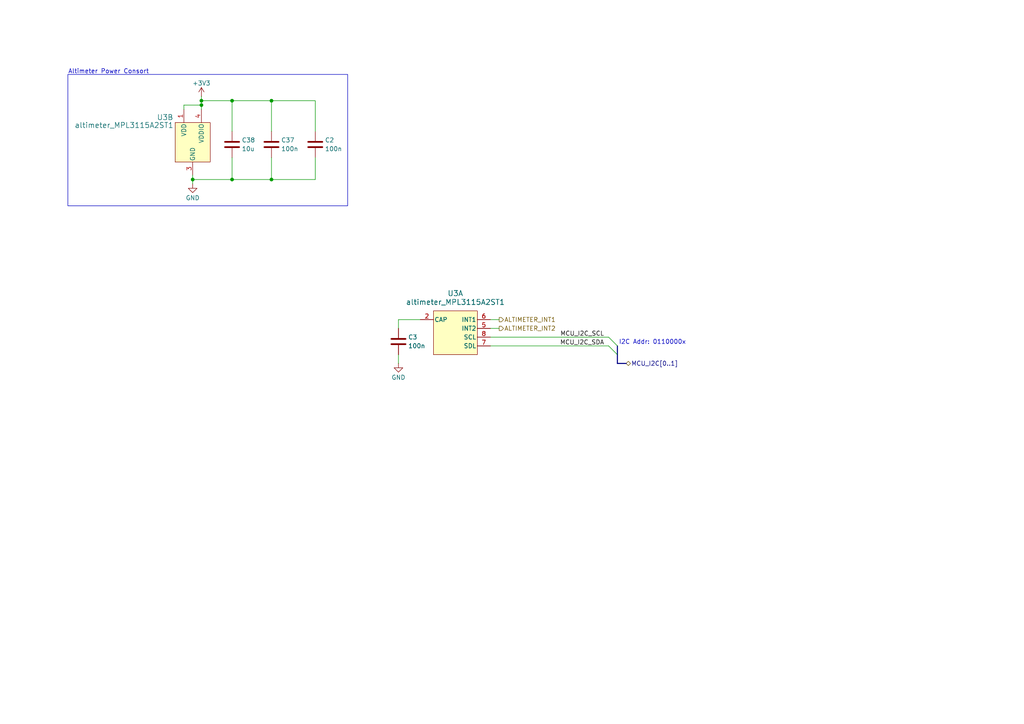
<source format=kicad_sch>
(kicad_sch (version 20250114) (generator "eeschema") (generator_version "9.0")
  (paper "A4")
  (title_block (title "Altimeter") (date "2025-12-02"))
  (lib_symbols
    (symbol "Device:C" (pin_numbers (hide yes)) (pin_names (offset 0.254))
      (property "Reference" "C" (at 0.635 2.54 0))
      (property "Value" "C" (at 0.635 -2.54 0))
      (symbol "C_0_1"
        (polyline (pts (xy -2.032 0.762) (xy 2.032 0.762)) (stroke (width 0.508)))
        (polyline (pts (xy -2.032 -0.762) (xy 2.032 -0.762)) (stroke (width 0.508)))
      )
      (symbol "C_1_1"
        (pin passive line (at 0 3.81 270) (length 2.794) (name "~") (number "1"))
        (pin passive line (at 0 -3.81 90) (length 2.794) (name "~") (number "2"))
      )
    )
    (symbol "hagzey_symbols:altimeter_MPL3115A2ST1" (pin_names (offset 0.254))
      (property "Reference" "U" (at 20.32 10.16 0))
      (property "Value" "altimeter_MPL3115A2ST1" (at 20.32 7.62 0))
      (symbol "altimeter_MPL3115A2ST1_1_1"
        (rectangle (start 13.97 5.08) (end 26.67 -7.62) (fill (type background)))
        (pin unspecified line (at 10.16 2.54 0) (length 3.81) (name "CAP") (number "2"))
        (pin output line (at 30.48 2.54 180) (length 3.81) (name "INT1") (number "6"))
        (pin output line (at 30.48 0 180) (length 3.81) (name "INT2") (number "5"))
        (pin input line (at 30.48 -2.54 180) (length 3.81) (name "SCL") (number "8"))
        (pin bidirectional line (at 30.48 -5.08 180) (length 3.81) (name "SDL") (number "7"))
      )
      (symbol "altimeter_MPL3115A2ST1_2_1"
        (rectangle (start 35.56 5.08) (end 45.72 -6.35) (fill (type background)))
        (pin power_in line (at 38.1 8.89 270) (length 3.81) (name "VDD") (number "1"))
        (pin power_out line (at 40.64 -10.16 90) (length 3.81) (name "GND") (number "3"))
        (pin power_in line (at 43.18 8.89 270) (length 3.81) (name "VDDIO") (number "4"))
      )
    )
    (symbol "power:+3V3" (power) (pin_numbers (hide yes)) (pin_names (offset 0) (hide yes))
      (property "Value" "+3V3" (at 0 3.556 0))
      (symbol "+3V3_0_1"
        (polyline (pts (xy -0.762 1.27) (xy 0 2.54)))
        (polyline (pts (xy 0 2.54) (xy 0.762 1.27)))
        (polyline (pts (xy 0 0) (xy 0 2.54)))
      )
      (symbol "+3V3_1_1"
        (pin power_in line (at 0 0 90) (length 0) (name "~") (number "1"))
      )
    )
    (symbol "power:GND" (power) (pin_numbers (hide yes)) (pin_names (offset 0) (hide yes))
      (property "Value" "GND" (at 0 -3.81 0))
      (symbol "GND_0_1"
        (polyline (pts (xy 0 0) (xy 0 -1.27) (xy 1.27 -1.27) (xy 0 -2.54) (xy -1.27 -1.27) (xy 0 -1.27)))
      )
      (symbol "GND_1_1"
        (pin power_in line (at 0 0 270) (length 0) (name "~") (number "1"))
      )
    )
  )
  (rectangle (start 19.685 21.59) (end 100.838 59.69))
  (text "Altimeter Power Consort" (at 31.496 20.828 0) (effects (font (size 1.27 1.27))))
  (text "I2C Addr: 0110000x" (at 189.23 99.314 0) (effects (font (size 1.27 1.27))))
  (junction (at 58.42 30.48))
  (junction (at 78.74 29.21))
  (junction (at 55.88 52.07))
  (junction (at 78.74 52.07))
  (junction (at 67.31 52.07))
  (junction (at 58.42 29.21))
  (junction (at 67.31 29.21))
  (bus_entry (at 176.53 100.33) (size 2.54 2.54))
  (bus_entry (at 176.53 97.79) (size 2.54 2.54))
  (wire (pts (xy 142.24 92.71) (xy 144.78 92.71)))
  (wire (pts (xy 121.92 92.71) (xy 115.57 92.71)))
  (wire (pts (xy 58.42 30.48) (xy 58.42 31.75)))
  (wire (pts (xy 67.31 38.1) (xy 67.31 29.21)))
  (wire (pts (xy 142.24 95.25) (xy 144.78 95.25)))
  (wire (pts (xy 91.44 52.07) (xy 78.74 52.07)))
  (wire (pts (xy 55.88 52.07) (xy 55.88 53.34)))
  (bus (pts (xy 179.07 105.41) (xy 181.61 105.41)))
  (wire (pts (xy 67.31 45.72) (xy 67.31 52.07)))
  (wire (pts (xy 91.44 45.72) (xy 91.44 52.07)))
  (wire (pts (xy 142.24 97.79) (xy 176.53 97.79)))
  (bus (pts (xy 179.07 102.87) (xy 179.07 105.41)))
  (wire (pts (xy 91.44 29.21) (xy 78.74 29.21)))
  (wire (pts (xy 78.74 29.21) (xy 67.31 29.21)))
  (wire (pts (xy 142.24 100.33) (xy 176.53 100.33)))
  (wire (pts (xy 78.74 52.07) (xy 67.31 52.07)))
  (wire (pts (xy 67.31 52.07) (xy 55.88 52.07)))
  (wire (pts (xy 58.42 29.21) (xy 58.42 30.48)))
  (wire (pts (xy 53.34 30.48) (xy 58.42 30.48)))
  (wire (pts (xy 58.42 27.94) (xy 58.42 29.21)))
  (wire (pts (xy 91.44 38.1) (xy 91.44 29.21)))
  (wire (pts (xy 53.34 31.75) (xy 53.34 30.48)))
  (wire (pts (xy 115.57 102.87) (xy 115.57 105.41)))
  (bus (pts (xy 179.07 100.33) (xy 179.07 102.87)))
  (wire (pts (xy 78.74 38.1) (xy 78.74 29.21)))
  (wire (pts (xy 67.31 29.21) (xy 58.42 29.21)))
  (wire (pts (xy 78.74 45.72) (xy 78.74 52.07)))
  (wire (pts (xy 115.57 92.71) (xy 115.57 95.25)))
  (wire (pts (xy 55.88 50.8) (xy 55.88 52.07)))
  (label "MCU_I2C_SDA" (at 175.26 100.33 180))
  (label "MCU_I2C_SCL" (at 175.26 97.79 180))
  (hierarchical_label "ALTIMETER_INT1" (shape output) (at 144.78 92.71 0))
  (hierarchical_label "ALTIMETER_INT2" (shape output) (at 144.78 95.25 0))
  (hierarchical_label "MCU_I2C[0..1]" (shape bidirectional) (at 181.61 105.41 0))
  (symbol (lib_id "Device:C") (at 91.44 41.91 0) (unit 1)
    (property "Reference" "C2" (at 94.234 40.64 0) (effects (justify left)))
    (property "Value" "100n" (at 94.234 43.18 0) (effects (justify left)))
    (property "Footprint" "Capacitor_SMD:C_0603_1608Metric" (effects (hide yes)))
    (property "Description" "Unpolarized capacitor" (effects (hide yes)))
  )
  (symbol (lib_id "Device:C") (at 115.57 99.06 0) (unit 1)
    (property "Reference" "C3" (at 118.364 97.79 0) (effects (justify left)))
    (property "Value" "100n" (at 118.364 100.33 0) (effects (justify left)))
    (property "Footprint" "Capacitor_SMD:C_0603_1608Metric" (effects (hide yes)))
    (property "Description" "Unpolarized capacitor" (effects (hide yes)))
  )
  (symbol (lib_id "power:+3V3") (at 58.42 27.94 0) (unit 1)
    (property "Reference" "#PWR059" (effects (hide yes)))
    (property "Value" "+3V3" (at 58.42 24.13 0))
    (property "Description" "Power symbol creates a global label with name \"+3V3\"" (effects (hide yes)))
  )
  (symbol (lib_id "hagzey_symbols:altimeter_MPL3115A2ST1") (at 15.24 40.64 0) (unit 2)
    (property "Reference" "U3" (at 45.466 34.036 0) (effects (font (size 1.524 1.524)) (justify left)))
    (property "Value" "altimeter_MPL3115A2ST1" (at 21.59 36.322 0) (effects (font (size 1.524 1.524)) (justify left)))
    (property "Footprint" "hagzey_footprints:altimeter_MPL3115A2R1" (effects (hide yes)))
    (property "Datasheet" "kicad-embed://altimeter_MPL3115A2ST1.pdf" (effects (hide yes)))
  )
  (symbol (lib_id "hagzey_symbols:altimeter_MPL3115A2ST1") (at 111.76 95.25 0) (unit 1)
    (property "Reference" "U3" (at 132.08 85.09 0) (effects (font (size 1.524 1.524))))
    (property "Value" "altimeter_MPL3115A2ST1" (at 132.08 87.63 0) (effects (font (size 1.524 1.524))))
    (property "Footprint" "hagzey_footprints:altimeter_MPL3115A2R1" (effects (hide yes)))
    (property "Datasheet" "kicad-embed://altimeter_MPL3115A2ST1.pdf" (effects (hide yes)))
  )
  (symbol (lib_id "Device:C") (at 67.31 41.91 0) (unit 1)
    (property "Reference" "C38" (at 70.104 40.64 0) (effects (justify left)))
    (property "Value" "10u" (at 70.104 43.18 0) (effects (justify left)))
    (property "Footprint" "Capacitor_SMD:C_0805_2012Metric" (effects (hide yes)))
    (property "Description" "Unpolarized capacitor" (effects (hide yes)))
  )
  (symbol (lib_id "Device:C") (at 78.74 41.91 0) (unit 1)
    (property "Reference" "C37" (at 81.534 40.64 0) (effects (justify left)))
    (property "Value" "100n" (at 81.534 43.18 0) (effects (justify left)))
    (property "Footprint" "Capacitor_SMD:C_0603_1608Metric" (effects (hide yes)))
    (property "Description" "Unpolarized capacitor" (effects (hide yes)))
  )
  (symbol (lib_id "power:GND") (at 55.88 53.34 0) (unit 1)
    (property "Reference" "#PWR060" (effects (hide yes)))
    (property "Value" "GND" (at 55.88 57.404 0))
    (property "Description" "Power symbol creates a global label with name \"GND\" , ground" (effects (hide yes)))
  )
  (symbol (lib_id "power:GND") (at 115.57 105.41 0) (unit 1)
    (property "Reference" "#PWR08" (effects (hide yes)))
    (property "Value" "GND" (at 115.57 109.474 0))
    (property "Description" "Power symbol creates a global label with name \"GND\" , ground" (effects (hide yes)))
  )
)
</source>
